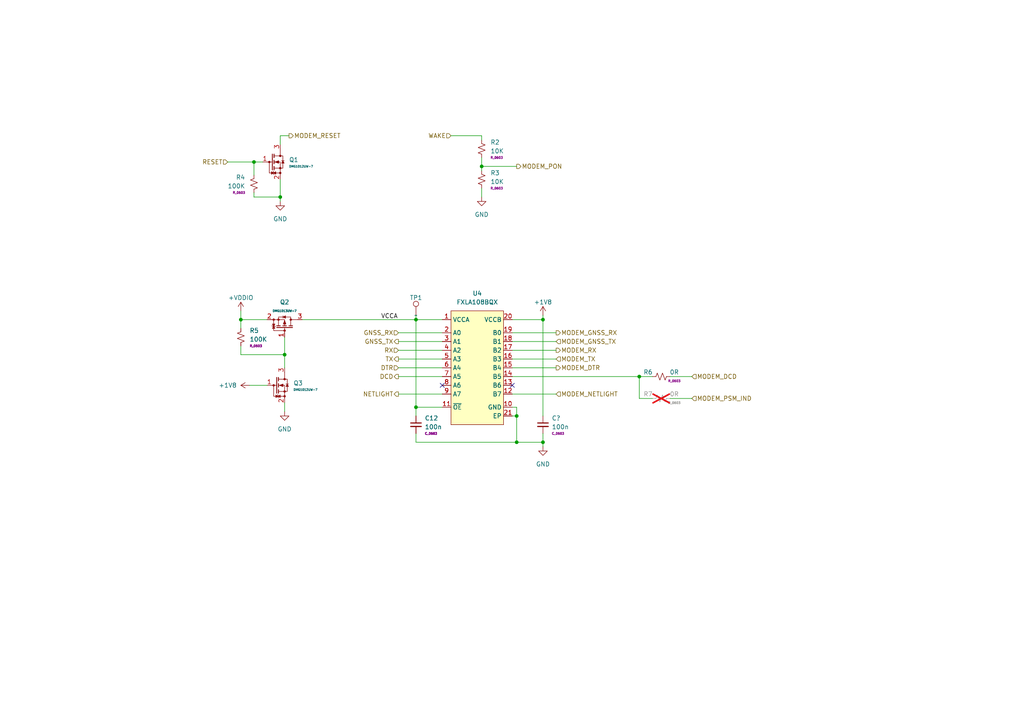
<source format=kicad_sch>
(kicad_sch (version 20230121) (generator eeschema)
  (paper "A4")
  (lib_symbols
    (symbol "+3V3_1" (power) (pin_names (offset 0))
      (property "Value" "+3V3_1" (at 0 3.81 90))
      (symbol "+3V3_1_0_1"
        (polyline (pts (xy -0.762 1.27) (xy 0 2.54)))
        (polyline (pts (xy 0 0) (xy 0 2.54)))
        (polyline (pts (xy 0 2.54) (xy 0.762 1.27)))
      )
      (symbol "+3V3_1_1_1"
        (pin power_in line (at 0 0 90) (length 0) hide (name "+VDDIO") (number "1"))
      )
    )
    (symbol "C_Capacitor:C_0603" (pin_numbers hide) (pin_names (offset 1.016))
      (property "Reference" "C" (at 3.175 1.905 0))
      (property "Value" "100n" (at 5.08 0 0))
      (property "Size" "C_0603" (at 4.445 -1.905 0))
      (symbol "C_0603_1_1"
        (polyline (pts (xy -1.524 -0.508) (xy 1.524 -0.508)) (stroke (width 0.3302)))
        (polyline (pts (xy -1.524 0.508) (xy 1.524 0.508)) (stroke (width 0.3048)))
        (pin passive line (at 0 2.54 270) (length 2.032) (name "~") (number "1"))
        (pin passive line (at 0 -2.54 90) (length 2.032) (name "~") (number "2"))
      )
    )
    (symbol "DMG1012UW-7_1" (pin_names (offset 0) hide)
      (property "Reference" "Q" (at 2.54 1.27 0))
      (property "Value" "DMG1012UW-7" (at 2.54 -0.381 0))
      (symbol "DMG1012UW-7_1_0_1"
        (circle (center -3.175 0) (radius 0.254) (fill (type outline)))
        (circle (center 0 -3.175) (radius 0.254) (fill (type outline)))
        (circle (center 0 -1.778) (radius 0.254) (fill (type outline)))
        (polyline (pts (xy -3.81 0) (xy -2.286 0)))
        (polyline (pts (xy -2.286 -2.286) (xy -2.286 2.286)) (stroke (width 0.254)))
        (polyline (pts (xy -1.778 -1.27) (xy -1.778 -2.286)) (stroke (width 0.254)))
        (polyline (pts (xy -1.778 0.508) (xy -1.778 -0.508)) (stroke (width 0.254)))
        (polyline (pts (xy -1.778 2.286) (xy -1.778 1.27)) (stroke (width 0.254)))
        (polyline (pts (xy 0 3.81) (xy 0 1.778)))
        (polyline (pts (xy 1.143 0.381) (xy 0.381 0.381)))
        (polyline (pts (xy 0 -3.81) (xy 0 0) (xy -1.778 0)))
        (polyline (pts (xy 0 -3.175) (xy -3.175 -3.175) (xy -3.175 0)))
        (polyline (pts (xy -1.778 -3.683) (xy -1.905 -3.556) (xy -1.905 -2.794) (xy -2.032 -2.667)))
        (polyline (pts (xy -1.778 1.778) (xy 0.762 1.778) (xy 0.762 -1.778) (xy -1.778 -1.778)))
        (polyline (pts (xy -1.4732 0) (xy -0.4572 -0.381) (xy -0.4572 0.381) (xy -1.4732 0)) (fill (type outline)))
        (circle (center 0 1.778) (radius 0.254) (fill (type outline)))
      )
      (symbol "DMG1012UW-7_1_1_1"
        (polyline (pts (xy -1.905 -3.175) (xy -2.54 -3.556) (xy -2.54 -2.794) (xy -1.905 -3.175)) (fill (type outline)))
        (polyline (pts (xy -1.905 -3.175) (xy -1.27 -2.794) (xy -1.27 -3.556) (xy -1.905 -3.175)) (fill (type outline)))
        (polyline (pts (xy 0.762 0.3048) (xy 1.143 -0.3302) (xy 0.381 -0.3302) (xy 0.762 0.3048)) (fill (type outline)))
        (pin input line (at -5.08 0 0) (length 1.27) (name "G") (number "1"))
        (pin passive line (at 0 -5.08 90) (length 1.27) (name "S") (number "2"))
        (pin passive line (at 0 5.08 270) (length 1.27) (name "D") (number "3"))
      )
    )
    (symbol "N_NonPart:TestPoint_1mm" (pin_numbers hide) (pin_names hide) (in_bom no)
      (property "Reference" "TP" (at 0 5.08 0))
      (symbol "TestPoint_1mm_0_1"
        (circle (center 0 3.302) (radius 0.762))
      )
      (symbol "TestPoint_1mm_1_1"
        (pin passive line (at 0 0 90) (length 2.54) (name "1") (number "1"))
      )
    )
    (symbol "Q_MOSFET:DMG1013UW-7" (pin_names (offset 0) hide)
      (property "Reference" "Q" (at 2.54 1.27 0))
      (property "Value" "DMG1013UW-7" (at 2.54 -1.27 0))
      (symbol "DMG1013UW-7_0_1"
        (circle (center -3.175 0) (radius 0.254) (fill (type outline)))
        (circle (center 0 -3.175) (radius 0.254) (fill (type outline)))
        (circle (center 0 -1.778) (radius 0.254) (fill (type outline)))
        (polyline (pts (xy -3.81 0) (xy -2.286 0)))
        (polyline (pts (xy -2.286 -2.286) (xy -2.286 2.286)) (stroke (width 0.254)))
        (polyline (pts (xy -1.778 -1.27) (xy -1.778 -2.286)) (stroke (width 0.254)))
        (polyline (pts (xy -1.778 0.508) (xy -1.778 -0.508)) (stroke (width 0.254)))
        (polyline (pts (xy -1.778 2.286) (xy -1.778 1.27)) (stroke (width 0.254)))
        (polyline (pts (xy 0 3.81) (xy 0 1.778)))
        (polyline (pts (xy 1.143 -0.4572) (xy 0.381 -0.4572)))
        (polyline (pts (xy 0 -3.81) (xy 0 0) (xy -1.778 0)))
        (polyline (pts (xy 0 -3.175) (xy -3.175 -3.175) (xy -3.175 0)))
        (polyline (pts (xy -1.778 -3.683) (xy -1.905 -3.556) (xy -1.905 -2.794) (xy -2.032 -2.667)))
        (polyline (pts (xy -1.778 1.778) (xy 0.762 1.778) (xy 0.762 -1.778) (xy -1.778 -1.778)))
        (polyline (pts (xy -0.254 0) (xy -1.27 0.381) (xy -1.27 -0.381) (xy -0.254 0)) (fill (type outline)))
        (circle (center 0 1.778) (radius 0.254) (fill (type outline)))
      )
      (symbol "DMG1013UW-7_1_1"
        (polyline (pts (xy -1.905 -3.175) (xy -2.54 -3.556) (xy -2.54 -2.794) (xy -1.905 -3.175)) (fill (type outline)))
        (polyline (pts (xy -1.905 -3.175) (xy -1.27 -2.794) (xy -1.27 -3.556) (xy -1.905 -3.175)) (fill (type outline)))
        (polyline (pts (xy 0.762 -0.381) (xy 0.381 0.254) (xy 1.143 0.254) (xy 0.762 -0.381)) (fill (type outline)))
        (pin input line (at -5.08 0 0) (length 1.27) (name "G") (number "1"))
        (pin passive line (at 0 -5.08 90) (length 1.27) (name "S") (number "2"))
        (pin passive line (at 0 5.08 270) (length 1.27) (name "D") (number "3"))
      )
    )
    (symbol "R_Resistor:R_0603" (pin_numbers hide) (pin_names (offset 1.016))
      (property "Reference" "R" (at 2.54 1.905 0))
      (property "Value" "10K" (at 3.81 0 0))
      (property "Size" "R_0603" (at 3.81 -1.905 0))
      (symbol "R_0603_1_1"
        (polyline (pts (xy 0 0) (xy 1.016 -0.381) (xy 0 -0.762) (xy -1.016 -1.143) (xy 0 -1.524)))
        (polyline (pts (xy 0 1.524) (xy 1.016 1.143) (xy 0 0.762) (xy -1.016 0.381) (xy 0 0)))
        (pin passive line (at 0 2.54 270) (length 1.016) (name "~") (number "1"))
        (pin passive line (at 0 -2.54 90) (length 1.016) (name "~") (number "2"))
      )
    )
    (symbol "U_Basic:FXLA108BQX"
      (property "Reference" "U" (at 2.54 34.29 0))
      (property "Value" "FXLA108BQX" (at 7.62 -1.27 0))
      (symbol "FXLA108BQX_1_1"
        (rectangle (start 0 33.02) (end 15.24 0) (fill (type background)))
        (pin power_in line (at -2.54 30.48 0) (length 2.54) (name "VCCA") (number "1"))
        (pin power_in line (at 17.78 5.08 180) (length 2.54) (name "GND") (number "10"))
        (pin input line (at -2.54 5.08 0) (length 2.54) (name "~{OE}") (number "11"))
        (pin bidirectional line (at 17.78 8.89 180) (length 2.54) (name "B7") (number "12"))
        (pin bidirectional line (at 17.78 11.43 180) (length 2.54) (name "B6") (number "13"))
        (pin bidirectional line (at 17.78 13.97 180) (length 2.54) (name "B5") (number "14"))
        (pin bidirectional line (at 17.78 16.51 180) (length 2.54) (name "B4") (number "15"))
        (pin bidirectional line (at 17.78 19.05 180) (length 2.54) (name "B3") (number "16"))
        (pin bidirectional line (at 17.78 21.59 180) (length 2.54) (name "B2") (number "17"))
        (pin bidirectional line (at 17.78 24.13 180) (length 2.54) (name "B1") (number "18"))
        (pin bidirectional line (at 17.78 26.67 180) (length 2.54) (name "B0") (number "19"))
        (pin bidirectional line (at -2.54 26.67 0) (length 2.54) (name "A0") (number "2"))
        (pin power_in line (at 17.78 30.48 180) (length 2.54) (name "VCCB") (number "20"))
        (pin power_in line (at 17.78 2.54 180) (length 2.54) (name "EP") (number "21"))
        (pin bidirectional line (at -2.54 24.13 0) (length 2.54) (name "A1") (number "3"))
        (pin bidirectional line (at -2.54 21.59 0) (length 2.54) (name "A2") (number "4"))
        (pin bidirectional line (at -2.54 19.05 0) (length 2.54) (name "A3") (number "5"))
        (pin bidirectional line (at -2.54 16.51 0) (length 2.54) (name "A4") (number "6"))
        (pin bidirectional line (at -2.54 13.97 0) (length 2.54) (name "A5") (number "7"))
        (pin bidirectional line (at -2.54 11.43 0) (length 2.54) (name "A6") (number "8"))
        (pin bidirectional line (at -2.54 8.89 0) (length 2.54) (name "A7") (number "9"))
      )
    )
    (symbol "power:+1V8" (power) (pin_names (offset 0))
      (property "Value" "+1V8" (at 0 3.556 0))
      (symbol "+1V8_0_1"
        (polyline (pts (xy -0.762 1.27) (xy 0 2.54)))
        (polyline (pts (xy 0 0) (xy 0 2.54)))
        (polyline (pts (xy 0 2.54) (xy 0.762 1.27)))
      )
      (symbol "+1V8_1_1"
        (pin power_in line (at 0 0 90) (length 0) hide (name "+1V8") (number "1"))
      )
    )
    (symbol "power:GND" (power) (pin_names (offset 0))
      (property "Value" "GND" (at 0 -3.81 0))
      (symbol "GND_0_1"
        (polyline (pts (xy 0 0) (xy 0 -1.27) (xy 1.27 -1.27) (xy 0 -2.54) (xy -1.27 -1.27) (xy 0 -1.27)))
      )
      (symbol "GND_1_1"
        (pin power_in line (at 0 0 270) (length 0) hide (name "GND") (number "1"))
      )
    )
  )
  (junction (at 82.55 102.87))
  (junction (at 149.86 120.65))
  (junction (at 157.48 128.27))
  (junction (at 185.42 109.22))
  (junction (at 73.66 46.99))
  (junction (at 149.86 128.27))
  (junction (at 81.28 57.15))
  (junction (at 120.65 92.71))
  (junction (at 139.7 48.26))
  (junction (at 120.65 118.11))
  (junction (at 157.48 92.71))
  (junction (at 69.85 92.71))
  (no_connect (at 128.27 111.76))
  (no_connect (at 148.59 111.76))
  (wire (pts (xy 148.59 114.3) (xy 161.29 114.3)))
  (wire (pts (xy 82.55 97.79) (xy 82.55 102.87)))
  (wire (pts (xy 120.65 91.44) (xy 120.65 92.71)))
  (wire (pts (xy 81.28 57.15) (xy 81.28 52.07)))
  (wire (pts (xy 82.55 102.87) (xy 82.55 106.68)))
  (wire (pts (xy 81.28 39.37) (xy 83.82 39.37)))
  (wire (pts (xy 72.39 111.76) (xy 77.47 111.76)))
  (wire (pts (xy 148.59 106.68) (xy 161.29 106.68)))
  (wire (pts (xy 115.57 106.68) (xy 128.27 106.68)))
  (wire (pts (xy 115.57 109.22) (xy 128.27 109.22)))
  (wire (pts (xy 120.65 120.65) (xy 120.65 118.11)))
  (wire (pts (xy 81.28 41.91) (xy 81.28 39.37)))
  (wire (pts (xy 115.57 114.3) (xy 128.27 114.3)))
  (wire (pts (xy 139.7 39.37) (xy 130.81 39.37)))
  (wire (pts (xy 157.48 120.65) (xy 157.48 92.71)))
  (wire (pts (xy 149.86 120.65) (xy 149.86 128.27)))
  (wire (pts (xy 148.59 99.06) (xy 161.29 99.06)))
  (wire (pts (xy 139.7 48.26) (xy 139.7 49.53)))
  (wire (pts (xy 69.85 92.71) (xy 69.85 95.25)))
  (wire (pts (xy 139.7 54.61) (xy 139.7 57.15)))
  (wire (pts (xy 189.23 115.57) (xy 185.42 115.57)))
  (wire (pts (xy 120.65 118.11) (xy 128.27 118.11)))
  (wire (pts (xy 149.86 128.27) (xy 157.48 128.27)))
  (wire (pts (xy 115.57 101.6) (xy 128.27 101.6)))
  (wire (pts (xy 185.42 115.57) (xy 185.42 109.22)))
  (wire (pts (xy 148.59 101.6) (xy 161.29 101.6)))
  (wire (pts (xy 148.59 109.22) (xy 185.42 109.22)))
  (wire (pts (xy 73.66 46.99) (xy 76.2 46.99)))
  (wire (pts (xy 194.31 115.57) (xy 200.66 115.57)))
  (wire (pts (xy 157.48 91.44) (xy 157.48 92.71)))
  (wire (pts (xy 120.65 118.11) (xy 120.65 92.71)))
  (wire (pts (xy 82.55 116.84) (xy 82.55 119.38)))
  (wire (pts (xy 115.57 104.14) (xy 128.27 104.14)))
  (wire (pts (xy 81.28 58.42) (xy 81.28 57.15)))
  (wire (pts (xy 69.85 90.17) (xy 69.85 92.71)))
  (wire (pts (xy 139.7 45.72) (xy 139.7 48.26)))
  (wire (pts (xy 73.66 55.88) (xy 73.66 57.15)))
  (wire (pts (xy 157.48 125.73) (xy 157.48 128.27)))
  (wire (pts (xy 69.85 100.33) (xy 69.85 102.87)))
  (wire (pts (xy 148.59 96.52) (xy 161.29 96.52)))
  (wire (pts (xy 185.42 109.22) (xy 189.23 109.22)))
  (wire (pts (xy 148.59 120.65) (xy 149.86 120.65)))
  (wire (pts (xy 148.59 104.14) (xy 161.29 104.14)))
  (wire (pts (xy 120.65 125.73) (xy 120.65 128.27)))
  (wire (pts (xy 194.31 109.22) (xy 200.66 109.22)))
  (wire (pts (xy 139.7 40.64) (xy 139.7 39.37)))
  (wire (pts (xy 73.66 46.99) (xy 73.66 50.8)))
  (wire (pts (xy 115.57 99.06) (xy 128.27 99.06)))
  (wire (pts (xy 148.59 92.71) (xy 157.48 92.71)))
  (wire (pts (xy 87.63 92.71) (xy 120.65 92.71)))
  (wire (pts (xy 149.86 118.11) (xy 149.86 120.65)))
  (wire (pts (xy 69.85 102.87) (xy 82.55 102.87)))
  (wire (pts (xy 115.57 96.52) (xy 128.27 96.52)))
  (wire (pts (xy 73.66 57.15) (xy 81.28 57.15)))
  (wire (pts (xy 120.65 128.27) (xy 149.86 128.27)))
  (wire (pts (xy 66.04 46.99) (xy 73.66 46.99)))
  (wire (pts (xy 148.59 118.11) (xy 149.86 118.11)))
  (wire (pts (xy 139.7 48.26) (xy 149.86 48.26)))
  (wire (pts (xy 157.48 128.27) (xy 157.48 129.54)))
  (wire (pts (xy 69.85 92.71) (xy 77.47 92.71)))
  (wire (pts (xy 120.65 92.71) (xy 128.27 92.71)))
  (label "VCCA" (at 110.49 92.71 0))
  (hierarchical_label "TX" (shape output) (at 115.57 104.14 180))
  (hierarchical_label "RESET" (shape input) (at 66.04 46.99 180))
  (hierarchical_label "MODEM_NETLIGHT" (shape input) (at 161.29 114.3 0))
  (hierarchical_label "MODEM_RESET" (shape output) (at 83.82 39.37 0))
  (hierarchical_label "MODEM_GNSS_TX" (shape input) (at 161.29 99.06 0))
  (hierarchical_label "DTR" (shape input) (at 115.57 106.68 180))
  (hierarchical_label "MODEM_TX" (shape input) (at 161.29 104.14 0))
  (hierarchical_label "MODEM_PSM_IND" (shape input) (at 200.66 115.57 0))
  (hierarchical_label "GNSS_TX" (shape output) (at 115.57 99.06 180))
  (hierarchical_label "WAKE" (shape input) (at 130.81 39.37 180))
  (hierarchical_label "MODEM_RX" (shape output) (at 161.29 101.6 0))
  (hierarchical_label "DCD" (shape output) (at 115.57 109.22 180))
  (hierarchical_label "NETLIGHT" (shape output) (at 115.57 114.3 180))
  (hierarchical_label "MODEM_DTR" (shape output) (at 161.29 106.68 0))
  (hierarchical_label "MODEM_DCD" (shape input) (at 200.66 109.22 0))
  (hierarchical_label "MODEM_GNSS_RX" (shape output) (at 161.29 96.52 0))
  (hierarchical_label "RX" (shape input) (at 115.57 101.6 180))
  (hierarchical_label "MODEM_PON" (shape output) (at 149.86 48.26 0))
  (hierarchical_label "GNSS_RX" (shape input) (at 115.57 96.52 180))
  (symbol (lib_id "power:GND") (at 139.7 57.15 0) (unit 1)
    (property "Reference" "#PWR020" (effects hide))
    (property "Value" "GND" (at 139.7 62.23 0))
  )
  (symbol (lib_id "C_Capacitor:C_0603") (at 120.65 123.19 0) (unit 1)
    (property "Reference" "C12" (at 123.19 121.2913 0) (effects (justify left)))
    (property "Value" "100n" (at 123.19 123.8313 0) (effects (justify left)))
    (property "Footprint" "C_Capacitor:C_0603" (effects hide))
    (property "Size" "C_0603" (at 123.19 125.7363 0) (effects (font (size 0.635 0.635)) (justify left)))
  )
  (symbol (lib_id "R_Resistor:R_0603") (at 139.7 43.18 0) (unit 1)
    (property "Reference" "R2" (at 142.24 41.275 0) (effects (justify left)))
    (property "Value" "10K" (at 142.24 43.815 0) (effects (justify left)))
    (property "Footprint" "R_Resistor:R_0603" (effects hide))
    (property "Size" "R_0603" (at 142.24 45.72 0) (effects (font (size 0.635 0.635)) (justify left)))
  )
  (symbol (lib_id "power:GND") (at 82.55 119.38 0) (unit 1)
    (property "Reference" "#PWR025" (effects hide))
    (property "Value" "GND" (at 82.55 124.46 0))
  )
  (symbol (lib_id "N_NonPart:TestPoint_1mm") (at 120.65 91.44 0) (unit 1) (in_bom no)
    (property "Reference" "TP1" (at 120.65 86.36 0))
    (property "Value" "~" (at 120.65 91.44 0))
    (property "Footprint" "N_NonPart:TestPoint_1mm" (effects hide))
    (instances (project "Winglet-BG95" (path "" (reference "TP1") (unit 1)) (path "" (reference "TP2") (unit 1))))
  )
  (symbol (lib_id "power:GND") (at 81.28 58.42 0) (unit 1)
    (property "Reference" "#PWR021" (effects hide))
    (property "Value" "GND" (at 81.28 63.5 0))
  )
  (symbol (lib_name "DMG1012UW-7_1") (lib_id "Q_MOSFET:DMG1012UW-7") (at 82.55 111.76 0) (unit 1)
    (property "Reference" "Q3" (at 85.09 111.125 0) (effects (justify left)))
    (property "Value" "DMG1012UW-7" (at 85.09 113.03 0) (effects (font (size 0.6096 0.6096)) (justify left)))
    (property "Footprint" "U_IC:SC70-3" (effects hide))
    (property "Datasheet" "https://www.diodes.com/assets/Datasheets/DMG1012UW.pdf" (effects hide))
  )
  (symbol (lib_id "R_Resistor:R_0603") (at 191.77 109.22 270) (unit 1)
    (property "Reference" "R6" (at 187.96 107.95 90))
    (property "Value" "0R" (at 195.58 107.95 90))
    (property "Footprint" "R_Resistor:R_0603" (effects hide))
    (property "Size" "R_0603" (at 195.58 110.49 90) (effects (font (size 0.635 0.635))))
  )
  (symbol (lib_id "R_Resistor:R_0603") (at 73.66 53.34 0) (mirror y) (unit 1)
    (property "Reference" "R4" (at 71.12 51.435 0) (effects (justify left)))
    (property "Value" "100K" (at 71.12 53.975 0) (effects (justify left)))
    (property "Footprint" "R_Resistor:R_0603" (effects hide))
    (property "Size" "R_0603" (at 71.12 55.88 0) (effects (font (size 0.635 0.635)) (justify left)))
  )
  (symbol (lib_name "+3V3_1") (lib_id "power:+3V3") (at 69.85 90.17 0) (mirror y) (unit 1)
    (property "Reference" "#PWR?" (effects hide))
    (property "Value" "+VDDIO" (at 69.85 86.36 0))
    (instances (project "Winglet-BG95" (path "" (reference "#PWR?") (unit 1)) (path "" (reference "#PWR?") (unit 1)) (path "" (reference "#PWR?") (unit 1)) (path "" (reference "#PWR?") (unit 1)) (path "" (reference "#PWR022") (unit 1))))
  )
  (symbol (lib_id "power:GND") (at 157.48 129.54 0) (unit 1)
    (property "Reference" "#PWR026" (effects hide))
    (property "Value" "GND" (at 157.48 134.62 0))
  )
  (symbol (lib_id "C_Capacitor:C_0603") (at 157.48 123.19 0) (unit 1)
    (property "Reference" "C?" (at 160.02 121.2913 0) (effects (justify left)))
    (property "Value" "100n" (at 160.02 123.8313 0) (effects (justify left)))
    (property "Footprint" "C_Capacitor:C_0603" (effects hide))
    (property "Size" "C_0603" (at 160.02 125.7363 0) (effects (font (size 0.635 0.635)) (justify left)))
    (instances (project "Winglet-BG95" (path "" (reference "C?") (unit 1)) (path "" (reference "C13") (unit 1))) (project "Cicada-HW" (path "" (reference "C?") (unit 1))))
  )
  (symbol (lib_id "R_Resistor:R_0603") (at 191.77 115.57 270) (unit 1) (dnp yes)
    (property "Reference" "R7" (at 187.96 114.3 90))
    (property "Value" "0R" (at 195.58 114.3 90))
    (property "Footprint" "R_Resistor:R_0603" (effects hide))
    (property "Size" "R_0603" (at 195.58 116.84 90) (effects (font (size 0.635 0.635))))
  )
  (symbol (lib_id "power:+1V8") (at 157.48 91.44 0) (unit 1)
    (property "Reference" "#PWR023" (effects hide))
    (property "Value" "+1V8" (at 157.48 87.63 0))
  )
  (symbol (lib_name "DMG1012UW-7_1") (lib_id "Q_MOSFET:DMG1012UW-7") (at 81.28 46.99 0) (unit 1)
    (property "Reference" "Q1" (at 83.82 46.355 0) (effects (justify left)))
    (property "Value" "DMG1012UW-7" (at 83.82 48.26 0) (effects (font (size 0.6096 0.6096)) (justify left)))
    (property "Footprint" "U_IC:SC70-3" (effects hide))
    (property "Datasheet" "https://www.diodes.com/assets/Datasheets/DMG1012UW.pdf" (effects hide))
  )
  (symbol (lib_id "R_Resistor:R_0603") (at 69.85 97.79 0) (mirror y) (unit 1)
    (property "Reference" "R5" (at 72.39 95.885 0) (effects (justify right)))
    (property "Value" "100K" (at 72.39 98.425 0) (effects (justify right)))
    (property "Footprint" "R_Resistor:R_0603" (effects hide))
    (property "Size" "R_0603" (at 72.39 100.33 0) (effects (font (size 0.635 0.635)) (justify right)))
  )
  (symbol (lib_id "R_Resistor:R_0603") (at 139.7 52.07 0) (unit 1)
    (property "Reference" "R3" (at 142.24 50.165 0) (effects (justify left)))
    (property "Value" "10K" (at 142.24 52.705 0) (effects (justify left)))
    (property "Footprint" "R_Resistor:R_0603" (effects hide))
    (property "Size" "R_0603" (at 142.24 54.61 0) (effects (font (size 0.635 0.635)) (justify left)))
  )
  (symbol (lib_id "Q_MOSFET:DMG1013UW-7") (at 82.55 92.71 270) (mirror x) (unit 1)
    (property "Reference" "Q2" (at 82.55 87.63 90))
    (property "Value" "DMG1013UW-7" (at 82.55 90.17 90) (effects (font (size 0.6096 0.6096))))
    (property "Footprint" "U_IC:SC70-3" (effects hide))
    (property "Datasheet" "https://www.diodes.com/assets/Datasheets/ds31861.pdf" (effects hide))
  )
  (symbol (lib_id "power:+1V8") (at 72.39 111.76 90) (unit 1)
    (property "Reference" "#PWR024" (effects hide))
    (property "Value" "+1V8" (at 66.04 111.76 90))
  )
  (symbol (lib_id "U_Basic:FXLA108BQX") (at 130.81 123.19 0) (unit 1)
    (property "Reference" "U4" (at 138.43 85.09 0))
    (property "Value" "FXLA108BQX" (at 138.43 87.63 0))
    (property "Footprint" "U_IC:WQFN20_05_4.5x2.5" (effects hide))
    (property "Datasheet" "https://www.onsemi.com/pdf/datasheet/fxla108-d.pdf" (effects hide))
  )
)
</source>
